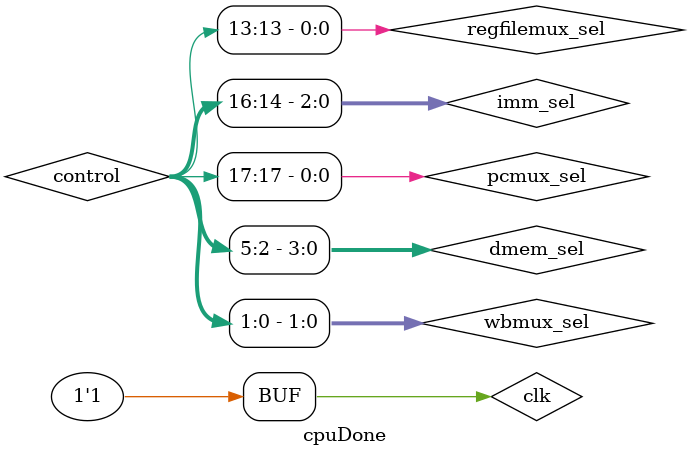
<source format=v>
module cpuDone();

reg clk;
wire [31:0] pc_in, pc_out, pc4_out;
wire [31:0] rs1_out, rs2_out, wb_out;
wire [31:0] imm_out;
wire br_eq, br_lt;
wire [31:0] alumux1_out, alumux2_out, aluout;
wire [31:0] dmem_out;

wire [31:0] inst;
wire [4:0] rs1, rs2, rd;
wire [24:0] imm_in;

wire [17:0] control;
wire pcmux_sel;
wire [2:0] imm_sel;
wire regfilemux_sel;
wire cmpop;
wire alumux1_sel;
wire alumux2_sel;
wire [3:0] aluop;
wire [3:0] dmem_sel;
wire [1:0] wbmux_sel;

assign rs1 = inst[19:15];
assign rs2 = inst[24:20];
assign rd = inst[11:7];
assign imm_in = inst[31:7];

assign pcmux_sel = control[17];
assign imm_sel = control[16:14];
assign regfilemux_sel = control[13];
assign cmpop = control[12];
assign alumux1_sel = control[11];
assign alumux2_sel = control[10];
assign aluop = control[9:6];
assign dmem_sel = control[5:2];
assign wbmux_sel = control[1:0];

PC PC0(pc_in, clk, pc_out);
PC_4 PC40(pc_out, pc4_out);
IMEM IMEM0(pc_out, inst);

Reg Reg0(rs1, rs2, rd, wb_out, regfilemux_sel, clk, rs1_out, rs2_out);
ImmGen Imm0(imm_in, imm_sel, imm_out);

BranchComp Branch0(rs1_out, rs2_out, cmpop, br_eq, br_lt);

mux2 aluMux1(rs2_out, imm_out, alumux1_out, alumux1_sel);
mux2 aluMux2(rs1_out, pc_out, alumux2_out, alumux2_sel);

ALU ALU0(alumux2_out, alumux1_out, aluop, aluout);

DMEM DMEM0(aluout[11:0], rs2_out, dmem_sel, clk, dmem_out);
mux3 wbMux(dmem_out, aluout, pc4_out, wb_out, wbmux_sel);

mux2 pcMux(pc4_out, aluout, pc_in, pcmux_sel);

Control Control0(inst, br_eq, br_lt, control);

always begin
	#0 clk = 1'b0;
	#100 clk = 1;
	#100;
end

endmodule

</source>
